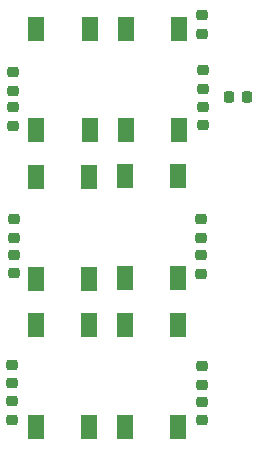
<source format=gbr>
%TF.GenerationSoftware,KiCad,Pcbnew,9.0.6*%
%TF.CreationDate,2025-12-26T20:21:36+00:00*%
%TF.ProjectId,PIDI-BOX-01-RELSW-6-BUTTONS-A1,50494449-2d42-44f5-982d-30312d52454c,rev?*%
%TF.SameCoordinates,Original*%
%TF.FileFunction,Paste,Top*%
%TF.FilePolarity,Positive*%
%FSLAX46Y46*%
G04 Gerber Fmt 4.6, Leading zero omitted, Abs format (unit mm)*
G04 Created by KiCad (PCBNEW 9.0.6) date 2025-12-26 20:21:36*
%MOMM*%
%LPD*%
G01*
G04 APERTURE LIST*
G04 Aperture macros list*
%AMRoundRect*
0 Rectangle with rounded corners*
0 $1 Rounding radius*
0 $2 $3 $4 $5 $6 $7 $8 $9 X,Y pos of 4 corners*
0 Add a 4 corners polygon primitive as box body*
4,1,4,$2,$3,$4,$5,$6,$7,$8,$9,$2,$3,0*
0 Add four circle primitives for the rounded corners*
1,1,$1+$1,$2,$3*
1,1,$1+$1,$4,$5*
1,1,$1+$1,$6,$7*
1,1,$1+$1,$8,$9*
0 Add four rect primitives between the rounded corners*
20,1,$1+$1,$2,$3,$4,$5,0*
20,1,$1+$1,$4,$5,$6,$7,0*
20,1,$1+$1,$6,$7,$8,$9,0*
20,1,$1+$1,$8,$9,$2,$3,0*%
G04 Aperture macros list end*
%ADD10RoundRect,0.218750X-0.218750X-0.256250X0.218750X-0.256250X0.218750X0.256250X-0.218750X0.256250X0*%
%ADD11RoundRect,0.218750X-0.256250X0.218750X-0.256250X-0.218750X0.256250X-0.218750X0.256250X0.218750X0*%
%ADD12R,1.400000X2.100000*%
%ADD13RoundRect,0.218750X0.256250X-0.218750X0.256250X0.218750X-0.256250X0.218750X-0.256250X-0.218750X0*%
G04 APERTURE END LIST*
D10*
%TO.C,R7*%
X120827700Y-58724800D03*
X122402700Y-58724800D03*
%TD*%
D11*
%TO.C,D5*%
X102463600Y-81356300D03*
X102463600Y-82931300D03*
%TD*%
D12*
%TO.C,S1*%
X104546400Y-61529600D03*
X104546400Y-52929600D03*
X109046400Y-61529600D03*
X109046400Y-52929600D03*
%TD*%
D13*
%TO.C,R4*%
X118516400Y-73660200D03*
X118516400Y-72085200D03*
%TD*%
D12*
%TO.C,S2*%
X112100800Y-61529600D03*
X112100800Y-52929600D03*
X116600800Y-61529600D03*
X116600800Y-52929600D03*
%TD*%
D13*
%TO.C,R1*%
X102565200Y-61137900D03*
X102565200Y-59562900D03*
%TD*%
D11*
%TO.C,D7*%
X118567200Y-51790500D03*
X118567200Y-53365500D03*
%TD*%
D12*
%TO.C,S5*%
X104516800Y-86624800D03*
X104516800Y-78024800D03*
X109016800Y-86624800D03*
X109016800Y-78024800D03*
%TD*%
D11*
%TO.C,D4*%
X118516400Y-69062500D03*
X118516400Y-70637500D03*
%TD*%
D12*
%TO.C,S4*%
X112050000Y-73997600D03*
X112050000Y-65397600D03*
X116550000Y-73997600D03*
X116550000Y-65397600D03*
%TD*%
D11*
%TO.C,D3*%
X102616000Y-69062500D03*
X102616000Y-70637500D03*
%TD*%
%TO.C,R2*%
X118618000Y-59512100D03*
X118618000Y-61087100D03*
%TD*%
D12*
%TO.C,S6*%
X112075400Y-86621400D03*
X112075400Y-78021400D03*
X116575400Y-86621400D03*
X116575400Y-78021400D03*
%TD*%
D11*
%TO.C,R3*%
X102616000Y-72034200D03*
X102616000Y-73609200D03*
%TD*%
D12*
%TO.C,S3*%
X104518900Y-74073800D03*
X104518900Y-65473800D03*
X109018900Y-74073800D03*
X109018900Y-65473800D03*
%TD*%
D13*
%TO.C,R6*%
X118567200Y-86055400D03*
X118567200Y-84480400D03*
%TD*%
D11*
%TO.C,R5*%
X102463600Y-84454900D03*
X102463600Y-86029900D03*
%TD*%
%TO.C,D6*%
X118567200Y-81483000D03*
X118567200Y-83058000D03*
%TD*%
%TO.C,D1*%
X102565200Y-56591200D03*
X102565200Y-58166200D03*
%TD*%
%TO.C,D2*%
X118618000Y-56413300D03*
X118618000Y-57988300D03*
%TD*%
M02*

</source>
